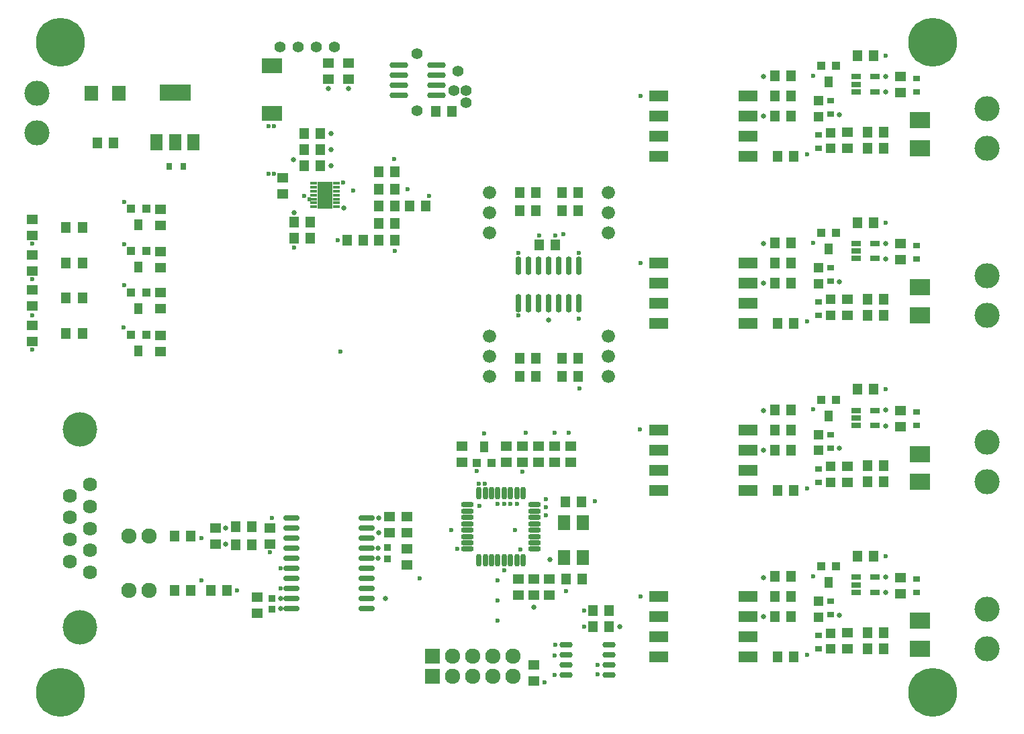
<source format=gts>
G04*
G04 #@! TF.GenerationSoftware,Altium Limited,Altium Designer,20.0.10 (225)*
G04*
G04 Layer_Color=8388736*
%FSLAX25Y25*%
%MOIN*%
G70*
G01*
G75*
%ADD47R,0.03740X0.02953*%
%ADD48R,0.04921X0.05315*%
%ADD49R,0.04191X0.05591*%
%ADD50R,0.04191X0.04191*%
%ADD51R,0.05591X0.04591*%
%ADD52O,0.06496X0.02953*%
%ADD53R,0.04591X0.05591*%
%ADD54R,0.06102X0.07677*%
%ADD55R,0.04528X0.04528*%
%ADD56R,0.09606X0.05709*%
%ADD57R,0.03591X0.03591*%
%ADD58R,0.15591X0.08491*%
%ADD59R,0.06491X0.08491*%
%ADD60R,0.06591X0.07677*%
%ADD61R,0.02953X0.03740*%
%ADD62R,0.10039X0.07677*%
%ADD63R,0.10433X0.08465*%
%ADD64R,0.04921X0.02953*%
%ADD65O,0.02953X0.09252*%
%ADD66R,0.07284X0.13583*%
%ADD67R,0.03347X0.01575*%
%ADD68O,0.08071X0.02953*%
%ADD69O,0.09252X0.02953*%
%ADD70O,0.06299X0.02756*%
%ADD71O,0.02756X0.06299*%
%ADD72C,0.24213*%
%ADD73C,0.07591*%
%ADD74R,0.07591X0.07591*%
%ADD75C,0.12491*%
%ADD76C,0.06591*%
%ADD77C,0.17126*%
%ADD78C,0.07028*%
%ADD79C,0.02362*%
%ADD80C,0.02559*%
%ADD81C,0.05591*%
D47*
X555300Y465748D02*
D03*
Y472440D02*
D03*
X506440Y195600D02*
D03*
Y188907D02*
D03*
Y278500D02*
D03*
Y271807D02*
D03*
Y354707D02*
D03*
Y361400D02*
D03*
X512440Y454607D02*
D03*
Y461300D02*
D03*
X506440Y437607D02*
D03*
Y444300D02*
D03*
X512440Y295500D02*
D03*
Y288807D02*
D03*
Y371707D02*
D03*
Y378400D02*
D03*
X555300Y389541D02*
D03*
Y382848D02*
D03*
Y217048D02*
D03*
Y223741D02*
D03*
Y299948D02*
D03*
Y306641D02*
D03*
X512440Y212600D02*
D03*
Y205907D02*
D03*
D48*
X141134Y345700D02*
D03*
X132900D02*
D03*
X141134Y363300D02*
D03*
X132866D02*
D03*
X141134Y398300D02*
D03*
X132866D02*
D03*
X141134Y380800D02*
D03*
X132866D02*
D03*
D49*
X340469Y289300D02*
D03*
X511400Y221940D02*
D03*
Y304840D02*
D03*
Y387740D02*
D03*
Y470641D02*
D03*
X168900Y378600D02*
D03*
Y358100D02*
D03*
Y337100D02*
D03*
Y399600D02*
D03*
D50*
X336668Y281300D02*
D03*
X344168Y281300D02*
D03*
X515200Y229941D02*
D03*
X507700D02*
D03*
X515200Y312841D02*
D03*
X507700D02*
D03*
X515200Y395741D02*
D03*
X507700D02*
D03*
X515200Y478641D02*
D03*
X507700D02*
D03*
X172700Y386600D02*
D03*
X165200D02*
D03*
X172700Y366100D02*
D03*
X165200D02*
D03*
X172700Y345100D02*
D03*
X165200D02*
D03*
X172700Y407600D02*
D03*
X165200D02*
D03*
D51*
X357569Y223700D02*
D03*
Y215700D02*
D03*
X365200Y180900D02*
D03*
Y172900D02*
D03*
X520940Y188900D02*
D03*
Y196900D02*
D03*
Y271800D02*
D03*
Y279800D02*
D03*
Y362700D02*
D03*
Y354700D02*
D03*
X227800Y214700D02*
D03*
Y206700D02*
D03*
X234300Y241200D02*
D03*
Y249200D02*
D03*
X207000Y241200D02*
D03*
Y249200D02*
D03*
X293500Y254800D02*
D03*
Y246800D02*
D03*
X383469Y289800D02*
D03*
Y281800D02*
D03*
X302000Y238800D02*
D03*
Y230800D02*
D03*
X263000Y480000D02*
D03*
Y472000D02*
D03*
X329468Y281800D02*
D03*
Y289800D02*
D03*
X273000Y480000D02*
D03*
Y472000D02*
D03*
X375468Y281800D02*
D03*
Y289800D02*
D03*
X302000Y254800D02*
D03*
Y246800D02*
D03*
X547000Y382341D02*
D03*
Y390340D02*
D03*
Y307440D02*
D03*
Y299441D02*
D03*
X351468Y281800D02*
D03*
Y289800D02*
D03*
X367469Y281800D02*
D03*
Y289800D02*
D03*
X520940Y445600D02*
D03*
Y437600D02*
D03*
X359469Y281800D02*
D03*
Y289800D02*
D03*
X547000Y465240D02*
D03*
Y473241D02*
D03*
X365268Y223700D02*
D03*
Y215700D02*
D03*
X372969Y223700D02*
D03*
Y215700D02*
D03*
X240500Y415000D02*
D03*
Y423000D02*
D03*
X547000Y224540D02*
D03*
Y216541D02*
D03*
X179700Y407300D02*
D03*
Y399300D02*
D03*
Y386300D02*
D03*
Y378300D02*
D03*
Y365900D02*
D03*
Y357900D02*
D03*
Y344800D02*
D03*
Y336800D02*
D03*
X116300Y402300D02*
D03*
Y394300D02*
D03*
Y384800D02*
D03*
Y376800D02*
D03*
Y367300D02*
D03*
Y359300D02*
D03*
Y349700D02*
D03*
Y341700D02*
D03*
D52*
X381270Y191000D02*
D03*
Y186000D02*
D03*
Y181000D02*
D03*
Y176000D02*
D03*
X402530Y191000D02*
D03*
Y186000D02*
D03*
Y181000D02*
D03*
Y176000D02*
D03*
D53*
X394568Y207900D02*
D03*
X402568D02*
D03*
X494300Y433640D02*
D03*
X486300D02*
D03*
X484940Y380740D02*
D03*
X492941D02*
D03*
X311500Y409000D02*
D03*
X303500D02*
D03*
X288000Y400500D02*
D03*
X296000D02*
D03*
X246000Y393000D02*
D03*
X254000D02*
D03*
X212800Y218200D02*
D03*
X204800D02*
D03*
X324400Y455900D02*
D03*
X316400D02*
D03*
X538840Y445700D02*
D03*
X530840D02*
D03*
X538840Y437700D02*
D03*
X530840D02*
D03*
X217300Y240700D02*
D03*
X225300D02*
D03*
X217300Y249700D02*
D03*
X225300D02*
D03*
X538840Y362800D02*
D03*
X530840D02*
D03*
X492941Y287841D02*
D03*
X484940D02*
D03*
X530840Y197000D02*
D03*
X538840D02*
D03*
X530840Y189000D02*
D03*
X538840D02*
D03*
X492941Y307840D02*
D03*
X484940D02*
D03*
X492941Y224940D02*
D03*
X484940D02*
D03*
X530840Y279900D02*
D03*
X538840D02*
D03*
X492941Y297840D02*
D03*
X484940D02*
D03*
X530840Y271900D02*
D03*
X538840D02*
D03*
X525700Y317940D02*
D03*
X533700D02*
D03*
X538840Y354800D02*
D03*
X530840D02*
D03*
X492941Y204941D02*
D03*
X484940D02*
D03*
X533700Y400841D02*
D03*
X525700D02*
D03*
X492941Y214941D02*
D03*
X484940D02*
D03*
X486300Y267841D02*
D03*
X494300D02*
D03*
X486300Y184941D02*
D03*
X494300D02*
D03*
X533700Y483741D02*
D03*
X525700D02*
D03*
X389093Y223700D02*
D03*
X381093D02*
D03*
X380668Y262100D02*
D03*
X388668D02*
D03*
X402468Y200000D02*
D03*
X394468D02*
D03*
X259000Y445000D02*
D03*
X251000D02*
D03*
X259000Y429000D02*
D03*
X251000D02*
D03*
X259000Y437000D02*
D03*
X251000D02*
D03*
X366000Y406649D02*
D03*
X358000D02*
D03*
X366000Y324349D02*
D03*
X358000D02*
D03*
X366000Y333349D02*
D03*
X358000D02*
D03*
X525700Y235040D02*
D03*
X533700D02*
D03*
X379100Y406649D02*
D03*
X387100D02*
D03*
X379100Y324349D02*
D03*
X387100D02*
D03*
X367800Y389749D02*
D03*
X375800D02*
D03*
X379100Y333349D02*
D03*
X387100D02*
D03*
X254000Y401000D02*
D03*
X246000D02*
D03*
X484940Y473640D02*
D03*
X492941D02*
D03*
X484940Y453641D02*
D03*
X492941D02*
D03*
X494300Y350741D02*
D03*
X486300D02*
D03*
X484940Y390740D02*
D03*
X492941D02*
D03*
X484940Y370741D02*
D03*
X492941D02*
D03*
X186800Y245200D02*
D03*
X194800D02*
D03*
Y218200D02*
D03*
X186800D02*
D03*
X272500Y392000D02*
D03*
X280500D02*
D03*
X296000Y417500D02*
D03*
X288000D02*
D03*
X296000Y409000D02*
D03*
X288000D02*
D03*
Y392000D02*
D03*
X296000D02*
D03*
X148500Y440500D02*
D03*
X156500D02*
D03*
X296000Y426000D02*
D03*
X288000D02*
D03*
X366000Y415649D02*
D03*
X358000D02*
D03*
X379100D02*
D03*
X387100D02*
D03*
X484940Y463640D02*
D03*
X492941D02*
D03*
D54*
X380144Y234239D02*
D03*
X389593Y234239D02*
D03*
X380144Y251561D02*
D03*
X389593Y251561D02*
D03*
D55*
X512440Y196774D02*
D03*
Y188900D02*
D03*
Y279674D02*
D03*
Y271800D02*
D03*
Y354700D02*
D03*
Y362574D02*
D03*
X506440Y453426D02*
D03*
Y461300D02*
D03*
X512440Y437600D02*
D03*
Y445474D02*
D03*
X506440Y295500D02*
D03*
Y287626D02*
D03*
Y370526D02*
D03*
Y378400D02*
D03*
Y212600D02*
D03*
Y204726D02*
D03*
D56*
X471446Y184941D02*
D03*
Y194940D02*
D03*
Y204941D02*
D03*
Y214941D02*
D03*
X427154Y184941D02*
D03*
Y194940D02*
D03*
Y204941D02*
D03*
Y214941D02*
D03*
X471446Y267841D02*
D03*
Y277840D02*
D03*
Y287841D02*
D03*
Y297840D02*
D03*
X427154Y267841D02*
D03*
Y277840D02*
D03*
Y287841D02*
D03*
Y297840D02*
D03*
X471446Y350741D02*
D03*
Y360740D02*
D03*
Y370741D02*
D03*
Y380740D02*
D03*
X427154Y350741D02*
D03*
Y360740D02*
D03*
Y370741D02*
D03*
Y380740D02*
D03*
X471446Y433640D02*
D03*
Y443641D02*
D03*
Y453641D02*
D03*
Y463640D02*
D03*
X427154Y433640D02*
D03*
Y443641D02*
D03*
Y453641D02*
D03*
Y463640D02*
D03*
D57*
X235300Y214200D02*
D03*
Y208700D02*
D03*
X292500Y239300D02*
D03*
Y233800D02*
D03*
D58*
X187000Y465500D02*
D03*
D59*
X177900Y440700D02*
D03*
X187000D02*
D03*
X196100D02*
D03*
D60*
X145500Y465000D02*
D03*
X159000D02*
D03*
D61*
X184307Y428800D02*
D03*
X191000D02*
D03*
D62*
X235000Y455189D02*
D03*
Y478811D02*
D03*
D63*
X556941Y437700D02*
D03*
Y451676D02*
D03*
Y285876D02*
D03*
Y271900D02*
D03*
Y354800D02*
D03*
Y368776D02*
D03*
Y202976D02*
D03*
Y189000D02*
D03*
D64*
X525076Y224581D02*
D03*
Y220841D02*
D03*
Y217100D02*
D03*
X534524D02*
D03*
Y224581D02*
D03*
X525076Y307481D02*
D03*
Y303741D02*
D03*
Y300000D02*
D03*
X534524D02*
D03*
Y307481D02*
D03*
Y390381D02*
D03*
Y382900D02*
D03*
X525076D02*
D03*
Y386641D02*
D03*
Y390381D02*
D03*
X534524Y473281D02*
D03*
Y465800D02*
D03*
X525076D02*
D03*
Y469541D02*
D03*
Y473281D02*
D03*
D65*
X357600Y360551D02*
D03*
X362600D02*
D03*
X367600D02*
D03*
X372600D02*
D03*
X377600D02*
D03*
X382600D02*
D03*
X387600D02*
D03*
X357600Y379449D02*
D03*
X362600D02*
D03*
X367600D02*
D03*
X372600D02*
D03*
X377600D02*
D03*
X382600D02*
D03*
X387600D02*
D03*
D66*
X261500Y414500D02*
D03*
D67*
X255791Y420405D02*
D03*
Y418437D02*
D03*
Y416468D02*
D03*
Y414500D02*
D03*
Y412532D02*
D03*
Y410563D02*
D03*
Y408595D02*
D03*
X267209Y420405D02*
D03*
Y418437D02*
D03*
Y416468D02*
D03*
Y414500D02*
D03*
Y412532D02*
D03*
Y410563D02*
D03*
Y408595D02*
D03*
D68*
X282202Y209200D02*
D03*
Y214200D02*
D03*
Y219200D02*
D03*
Y224200D02*
D03*
Y229200D02*
D03*
Y234200D02*
D03*
Y239200D02*
D03*
Y244200D02*
D03*
Y249200D02*
D03*
Y254200D02*
D03*
X244800Y209200D02*
D03*
Y214200D02*
D03*
Y219200D02*
D03*
Y224200D02*
D03*
Y229200D02*
D03*
Y234200D02*
D03*
Y239200D02*
D03*
Y244200D02*
D03*
Y249200D02*
D03*
Y254200D02*
D03*
D69*
X316949Y464000D02*
D03*
Y469000D02*
D03*
Y474000D02*
D03*
Y479000D02*
D03*
X298051Y464000D02*
D03*
Y469000D02*
D03*
Y474000D02*
D03*
Y479000D02*
D03*
D70*
X365502Y238576D02*
D03*
Y241726D02*
D03*
Y244876D02*
D03*
Y248025D02*
D03*
Y251175D02*
D03*
Y254324D02*
D03*
Y257474D02*
D03*
Y260624D02*
D03*
X332235D02*
D03*
Y257474D02*
D03*
Y254324D02*
D03*
Y251175D02*
D03*
Y248025D02*
D03*
Y244876D02*
D03*
Y241726D02*
D03*
Y238576D02*
D03*
D71*
X359892Y266234D02*
D03*
X356743D02*
D03*
X353593D02*
D03*
X350443D02*
D03*
X347294D02*
D03*
X344144D02*
D03*
X340995D02*
D03*
X337845D02*
D03*
Y232966D02*
D03*
X340995D02*
D03*
X344144D02*
D03*
X347294D02*
D03*
X350443D02*
D03*
X353593D02*
D03*
X356743D02*
D03*
X359892D02*
D03*
D72*
X563000Y167500D02*
D03*
Y490500D02*
D03*
X130000Y167500D02*
D03*
Y490500D02*
D03*
D73*
X334800Y185400D02*
D03*
X324800Y185400D02*
D03*
X344800Y185400D02*
D03*
X354800Y185400D02*
D03*
X354800Y175400D02*
D03*
X344800Y175400D02*
D03*
X324800Y175400D02*
D03*
X334800Y175400D02*
D03*
X174300Y245200D02*
D03*
X164300Y245200D02*
D03*
X174300Y218200D02*
D03*
X164300Y218200D02*
D03*
D74*
X314800Y185400D02*
D03*
X314800Y175400D02*
D03*
D75*
X118500Y465000D02*
D03*
X118524Y445318D02*
D03*
X590240Y189000D02*
D03*
X590217Y208682D02*
D03*
X590240Y271900D02*
D03*
X590217Y291582D02*
D03*
X590240Y354800D02*
D03*
X590217Y374482D02*
D03*
X590240Y437700D02*
D03*
X590217Y457382D02*
D03*
D76*
X402000Y344349D02*
D03*
Y334349D02*
D03*
Y324349D02*
D03*
X343100Y344349D02*
D03*
Y334349D02*
D03*
Y324349D02*
D03*
Y395649D02*
D03*
Y405649D02*
D03*
Y415649D02*
D03*
X402000Y395649D02*
D03*
Y405649D02*
D03*
Y415649D02*
D03*
D77*
X139800Y298074D02*
D03*
Y199649D02*
D03*
D78*
X144800Y270672D02*
D03*
Y259767D02*
D03*
Y248861D02*
D03*
Y237956D02*
D03*
Y227050D02*
D03*
X134800Y232523D02*
D03*
Y243428D02*
D03*
Y254294D02*
D03*
Y265200D02*
D03*
D79*
X503700Y225041D02*
D03*
X500800Y185941D02*
D03*
X539700Y235040D02*
D03*
X503700Y307941D02*
D03*
X500800Y268841D02*
D03*
X539700Y317940D02*
D03*
X503700Y390841D02*
D03*
X500800Y351741D02*
D03*
X539700Y400841D02*
D03*
X338300Y260100D02*
D03*
X347000Y203000D02*
D03*
Y213000D02*
D03*
Y223000D02*
D03*
X296200Y386600D02*
D03*
X239500Y229200D02*
D03*
X395600Y262300D02*
D03*
X381100Y217600D02*
D03*
X116300Y354600D02*
D03*
X313000Y413900D02*
D03*
X275634Y416734D02*
D03*
X270600Y420600D02*
D03*
X253700Y412500D02*
D03*
X217900Y218200D02*
D03*
X239500Y219200D02*
D03*
X269000Y336600D02*
D03*
X340979Y271000D02*
D03*
X382600Y296500D02*
D03*
X387700Y318400D02*
D03*
X387600Y353000D02*
D03*
X375500Y176000D02*
D03*
X390100Y207900D02*
D03*
X390150Y199968D02*
D03*
X370400Y172300D02*
D03*
X396900Y176400D02*
D03*
Y181000D02*
D03*
X353600Y260900D02*
D03*
X347294D02*
D03*
X356682D02*
D03*
X350500D02*
D03*
X375400Y185800D02*
D03*
X375800Y191000D02*
D03*
X355900Y248000D02*
D03*
X418000Y463700D02*
D03*
Y380700D02*
D03*
X417970Y297902D02*
D03*
X418000Y214900D02*
D03*
X327200Y238600D02*
D03*
X350500Y228000D02*
D03*
X357600Y354600D02*
D03*
Y385800D02*
D03*
X387600D02*
D03*
X324300Y248000D02*
D03*
X308351Y224174D02*
D03*
X337769Y271000D02*
D03*
X361169Y296400D02*
D03*
X375800Y394500D02*
D03*
X358368Y238500D02*
D03*
X246000Y388400D02*
D03*
X267900Y392000D02*
D03*
X302500Y417500D02*
D03*
X340469Y296200D02*
D03*
X375569Y296400D02*
D03*
X116300Y337600D02*
D03*
Y372700D02*
D03*
Y390300D02*
D03*
X161600Y348700D02*
D03*
X161700Y369800D02*
D03*
X161800Y390000D02*
D03*
X161700Y411100D02*
D03*
X367800Y394500D02*
D03*
X379900Y395100D02*
D03*
X336668Y277300D02*
D03*
X359469Y277100D02*
D03*
X371069Y263400D02*
D03*
Y259400D02*
D03*
Y255400D02*
D03*
X539700Y483741D02*
D03*
X503700Y473740D02*
D03*
X251131Y413972D02*
D03*
X295900Y432300D02*
D03*
X500800Y434641D02*
D03*
X233600Y448800D02*
D03*
X236100D02*
D03*
Y425000D02*
D03*
X233600D02*
D03*
X234300Y237200D02*
D03*
X235300Y254200D02*
D03*
X200300Y244200D02*
D03*
Y223200D02*
D03*
D80*
X479100Y224540D02*
D03*
X479200Y204941D02*
D03*
X539700Y216940D02*
D03*
Y224741D02*
D03*
X516657Y205716D02*
D03*
X479100Y307440D02*
D03*
X479200Y287841D02*
D03*
X539700Y299840D02*
D03*
Y307641D02*
D03*
X516657Y288616D02*
D03*
X479100Y390340D02*
D03*
X479200Y370741D02*
D03*
X539700Y382740D02*
D03*
Y390541D02*
D03*
X516657Y371516D02*
D03*
X245800Y432200D02*
D03*
X246000Y405600D02*
D03*
X270900Y408000D02*
D03*
X239500Y214200D02*
D03*
X212100Y249200D02*
D03*
Y241200D02*
D03*
X239500Y209000D02*
D03*
X407799Y199926D02*
D03*
X287800Y234200D02*
D03*
X264500Y429000D02*
D03*
Y437000D02*
D03*
Y445000D02*
D03*
X273000Y467500D02*
D03*
X263000D02*
D03*
X288000Y246800D02*
D03*
Y254200D02*
D03*
X287900Y239200D02*
D03*
X291600Y214100D02*
D03*
X365268Y209600D02*
D03*
X372600Y352400D02*
D03*
X373269Y233400D02*
D03*
X516657Y454417D02*
D03*
X259531Y418437D02*
D03*
X263469D02*
D03*
X259531Y414500D02*
D03*
X263469D02*
D03*
X259531Y410563D02*
D03*
X263469D02*
D03*
X539700Y465640D02*
D03*
Y473441D02*
D03*
X479100Y473241D02*
D03*
X479200Y453641D02*
D03*
D81*
X307200Y484700D02*
D03*
X307277Y456323D02*
D03*
X327600Y476000D02*
D03*
X331500Y460500D02*
D03*
Y466500D02*
D03*
X325500D02*
D03*
X266000Y488000D02*
D03*
X257000D02*
D03*
X248000D02*
D03*
X239000D02*
D03*
M02*

</source>
